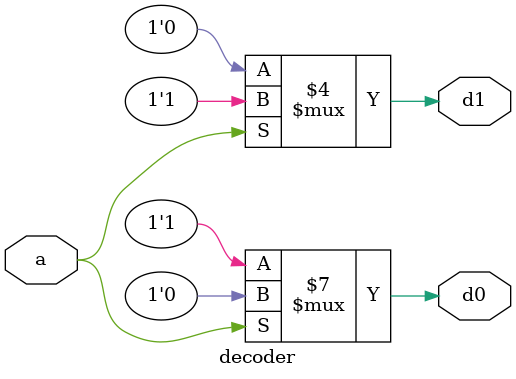
<source format=v>
module decoder(a,d0,d1);
input a;
output reg d0,d1;
always @(*)begin
  if(a==1'b0)begin
   d0=1'b1;
   d1=1'b0;
  end 
  else begin
   d0=1'b0;
   d1=1'b1;
  end
end
endmodule

</source>
